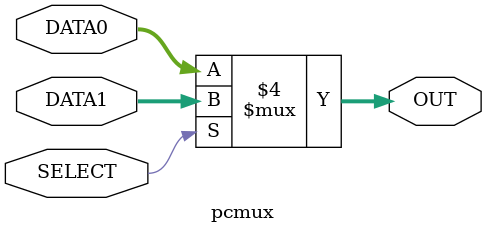
<source format=v>

module pcmux(DATA0,DATA1,SELECT,OUT);
	
	input [31:0] DATA0,DATA1;
	input SELECT;
	output reg [31:0] OUT;
	
	always @ (DATA0,DATA1,SELECT)
	begin
		if(SELECT==1'b0)begin
			OUT<=DATA0;
		end
		else begin
			OUT<=DATA1;
		end
	end
	
endmodule
</source>
